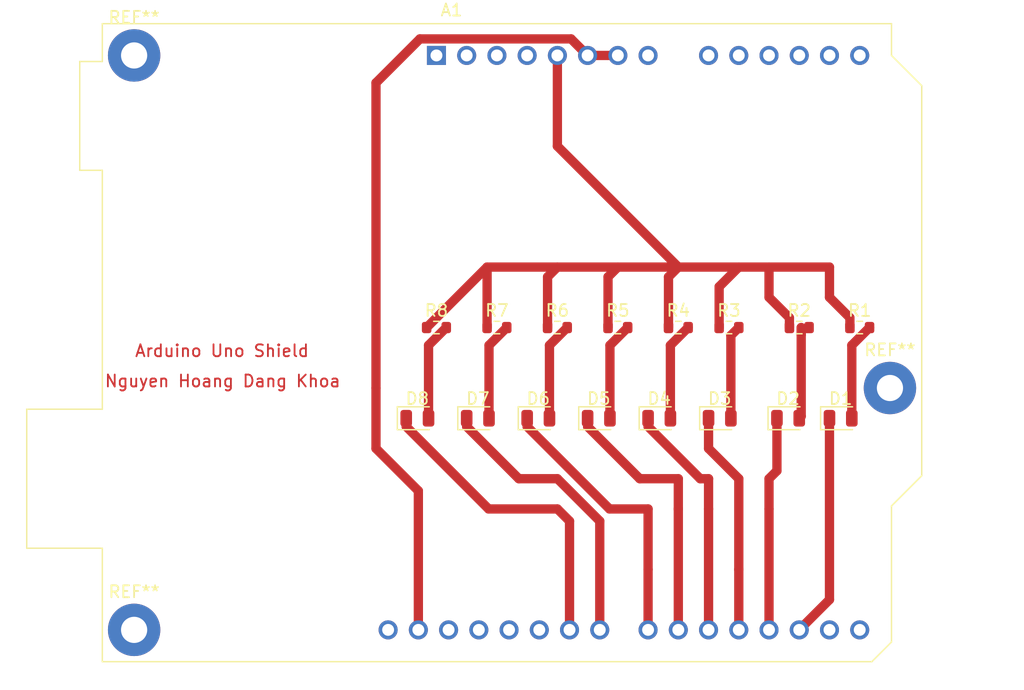
<source format=kicad_pcb>
(kicad_pcb (version 20221018) (generator pcbnew)
  (title_block (title "Arduino Uno Shield") (date "2024-01-17") (rev "1") (company "Nguyen Hoang Dang Khoa") (comment 1 "Ho Chi Minh City University of Technology"))
  (layers (0 "F.Cu" signal) (31 "B.Cu" signal) (34 "B.Paste" user) (35 "F.Paste" user) (36 "B.SilkS" user "B.Silkscreen") (37 "F.SilkS" user "F.Silkscreen") (38 "B.Mask" user) (39 "F.Mask" user) (44 "Edge.Cuts" user))
  (net 0 "")
  (net 5 "Net-(A1-+5V)")
  (net 6 "GND")
  (net 16 "Net-(A1-D2)")
  (net 17 "Net-(A1-D3)")
  (net 18 "Net-(A1-D4)")
  (net 19 "Net-(A1-D5)")
  (net 20 "Net-(A1-D6)")
  (net 21 "Net-(A1-D7)")
  (net 22 "Net-(A1-D8)")
  (net 23 "Net-(A1-D9)")
  (net 29 "Net-(D1-A)")
  (net 30 "Net-(D2-A)")
  (net 31 "Net-(D3-A)")
  (net 32 "Net-(D4-A)")
  (net 33 "Net-(D5-A)")
  (net 34 "Net-(D6-A)")
  (net 35 "Net-(D7-A)")
  (net 36 "Net-(D8-A)")
  (footprint "LED_SMD:LED_0805_2012Metric" (layer "F.Cu") (at 209.2175 99.06)
    (fp_text reference "D3" (at 0 -1.65) (layer "F.SilkS"))
    (fp_text value "LED")
    (fp_line (start -1.685 -0.96) (end -1.685 0.96) (stroke (width 0.12)) (layer "F.SilkS"))
    (fp_line (start -1.685 0.96) (end 1 0.96) (stroke (width 0.12)) (layer "F.SilkS"))
    (fp_line (start 1 -0.96) (end -1.685 -0.96) (stroke (width 0.12)) (layer "F.SilkS"))
    (pad "1" smd roundrect (at -0.9375 0) (size 0.975 1.4) (layers "F.Cu" "F.Paste" "F.Mask") (net 18 "Net-(A1-D4)"))
    (pad "2" smd roundrect (at 0.9375 0) (size 0.975 1.4) (layers "F.Cu" "F.Paste" "F.Mask") (net 31 "Net-(D3-A)"))
  )
  (footprint "LED_SMD:LED_0805_2012Metric" (layer "F.Cu") (at 199.0575 99.06)
    (fp_text reference "D5" (at 0 -1.65) (layer "F.SilkS"))
    (fp_text value "LED")
    (fp_line (start -1.685 -0.96) (end -1.685 0.96) (stroke (width 0.12)) (layer "F.SilkS"))
    (fp_line (start -1.685 0.96) (end 1 0.96) (stroke (width 0.12)) (layer "F.SilkS"))
    (fp_line (start 1 -0.96) (end -1.685 -0.96) (stroke (width 0.12)) (layer "F.SilkS"))
    (pad "1" smd roundrect (at -0.9375 0) (size 0.975 1.4) (layers "F.Cu" "F.Paste" "F.Mask") (net 20 "Net-(A1-D6)"))
    (pad "2" smd roundrect (at 0.9375 0) (size 0.975 1.4) (layers "F.Cu" "F.Paste" "F.Mask") (net 33 "Net-(D5-A)"))
  )
  (footprint "MountingHole:MountingHole_2.2mm_M2_Pad" (layer "F.Cu") (at 160.02 116.84)
    (fp_text reference "REF**" (at 0 -3.2) (layer "F.SilkS"))
    (fp_text value "MountingHole_2.2mm_M2_Pad")
    (pad "1" thru_hole circle (at 0 0) (size 4.4 4.4) (drill 2.2) (layers "*.Cu" "*.Mask"))
  )
  (footprint "Resistor_SMD:R_0603_1608Metric" (layer "F.Cu") (at 205.74 91.44)
    (fp_text reference "R4" (at 0 -1.43) (layer "F.SilkS"))
    (fp_text value "247")
    (fp_line (start -0.237258 -0.5225) (end 0.237258 -0.5225) (stroke (width 0.12)) (layer "F.SilkS"))
    (fp_line (start -0.237258 0.5225) (end 0.237258 0.5225) (stroke (width 0.12)) (layer "F.SilkS"))
    (pad "1" smd roundrect (at -0.825 0) (size 0.8 0.95) (layers "F.Cu" "F.Paste" "F.Mask") (net 5 "Net-(A1-+5V)"))
    (pad "2" smd roundrect (at 0.825 0) (size 0.8 0.95) (layers "F.Cu" "F.Paste" "F.Mask") (net 32 "Net-(D4-A)"))
  )
  (footprint "LED_SMD:LED_0805_2012Metric" (layer "F.Cu") (at 193.9775 99.06)
    (fp_text reference "D6" (at 0 -1.65) (layer "F.SilkS"))
    (fp_text value "LED")
    (fp_line (start -1.685 -0.96) (end -1.685 0.96) (stroke (width 0.12)) (layer "F.SilkS"))
    (fp_line (start -1.685 0.96) (end 1 0.96) (stroke (width 0.12)) (layer "F.SilkS"))
    (fp_line (start 1 -0.96) (end -1.685 -0.96) (stroke (width 0.12)) (layer "F.SilkS"))
    (pad "1" smd roundrect (at -0.9375 0) (size 0.975 1.4) (layers "F.Cu" "F.Paste" "F.Mask") (net 21 "Net-(A1-D7)"))
    (pad "2" smd roundrect (at 0.9375 0) (size 0.975 1.4) (layers "F.Cu" "F.Paste" "F.Mask") (net 34 "Net-(D6-A)"))
  )
  (footprint "MountingHole:MountingHole_2.2mm_M2_Pad" (layer "F.Cu") (at 160.02 68.58)
    (fp_text reference "REF**" (at 0 -3.2) (layer "F.SilkS"))
    (fp_text value "MountingHole_2.2mm_M2_Pad")
    (pad "1" thru_hole circle (at 0 0) (size 4.4 4.4) (drill 2.2) (layers "*.Cu" "*.Mask"))
  )
  (footprint "MountingHole:MountingHole_2.2mm_M2_Pad" (layer "F.Cu") (at 223.52 96.52)
    (fp_text reference "REF**" (at 0 -3.2) (layer "F.SilkS"))
    (fp_text value "MountingHole_2.2mm_M2_Pad")
    (pad "1" thru_hole circle (at 0 0) (size 4.4 4.4) (drill 2.2) (layers "*.Cu" "*.Mask"))
  )
  (footprint "Resistor_SMD:R_0603_1608Metric" (layer "F.Cu") (at 185.42 91.44)
    (fp_text reference "R8" (at 0 -1.43) (layer "F.SilkS"))
    (fp_text value "247")
    (fp_line (start -0.237258 -0.5225) (end 0.237258 -0.5225) (stroke (width 0.12)) (layer "F.SilkS"))
    (fp_line (start -0.237258 0.5225) (end 0.237258 0.5225) (stroke (width 0.12)) (layer "F.SilkS"))
    (pad "1" smd roundrect (at -0.825 0) (size 0.8 0.95) (layers "F.Cu" "F.Paste" "F.Mask") (net 5 "Net-(A1-+5V)"))
    (pad "2" smd roundrect (at 0.825 0) (size 0.8 0.95) (layers "F.Cu" "F.Paste" "F.Mask") (net 36 "Net-(D8-A)"))
  )
  (footprint "LED_SMD:LED_0805_2012Metric" (layer "F.Cu") (at 188.8975 99.06)
    (fp_text reference "D7" (at 0 -1.65) (layer "F.SilkS"))
    (fp_text value "LED")
    (fp_line (start -1.685 -0.96) (end -1.685 0.96) (stroke (width 0.12)) (layer "F.SilkS"))
    (fp_line (start -1.685 0.96) (end 1 0.96) (stroke (width 0.12)) (layer "F.SilkS"))
    (fp_line (start 1 -0.96) (end -1.685 -0.96) (stroke (width 0.12)) (layer "F.SilkS"))
    (pad "1" smd roundrect (at -0.9375 0) (size 0.975 1.4) (layers "F.Cu" "F.Paste" "F.Mask") (net 22 "Net-(A1-D8)"))
    (pad "2" smd roundrect (at 0.9375 0) (size 0.975 1.4) (layers "F.Cu" "F.Paste" "F.Mask") (net 35 "Net-(D7-A)"))
  )
  (footprint "LED_SMD:LED_0805_2012Metric" (layer "F.Cu") (at 183.8175 99.06)
    (fp_text reference "D8" (at 0 -1.65) (layer "F.SilkS"))
    (fp_text value "LED")
    (fp_line (start -1.685 -0.96) (end -1.685 0.96) (stroke (width 0.12)) (layer "F.SilkS"))
    (fp_line (start -1.685 0.96) (end 1 0.96) (stroke (width 0.12)) (layer "F.SilkS"))
    (fp_line (start 1 -0.96) (end -1.685 -0.96) (stroke (width 0.12)) (layer "F.SilkS"))
    (pad "1" smd roundrect (at -0.9375 0) (size 0.975 1.4) (layers "F.Cu" "F.Paste" "F.Mask") (net 23 "Net-(A1-D9)"))
    (pad "2" smd roundrect (at 0.9375 0) (size 0.975 1.4) (layers "F.Cu" "F.Paste" "F.Mask") (net 36 "Net-(D8-A)"))
  )
  (footprint "LED_SMD:LED_0805_2012Metric" (layer "F.Cu") (at 214.9625 99.06)
    (fp_text reference "D2" (at 0 -1.65) (layer "F.SilkS"))
    (fp_text value "LED")
    (fp_line (start -1.685 -0.96) (end -1.685 0.96) (stroke (width 0.12)) (layer "F.SilkS"))
    (fp_line (start -1.685 0.96) (end 1 0.96) (stroke (width 0.12)) (layer "F.SilkS"))
    (fp_line (start 1 -0.96) (end -1.685 -0.96) (stroke (width 0.12)) (layer "F.SilkS"))
    (pad "1" smd roundrect (at -0.9375 0) (size 0.975 1.4) (layers "F.Cu" "F.Paste" "F.Mask") (net 17 "Net-(A1-D3)"))
    (pad "2" smd roundrect (at 0.9375 0) (size 0.975 1.4) (layers "F.Cu" "F.Paste" "F.Mask") (net 30 "Net-(D2-A)"))
  )
  (footprint "Resistor_SMD:R_0603_1608Metric" (layer "F.Cu") (at 190.5 91.44)
    (fp_text reference "R7" (at 0 -1.43) (layer "F.SilkS"))
    (fp_text value "247")
    (fp_line (start -0.237258 -0.5225) (end 0.237258 -0.5225) (stroke (width 0.12)) (layer "F.SilkS"))
    (fp_line (start -0.237258 0.5225) (end 0.237258 0.5225) (stroke (width 0.12)) (layer "F.SilkS"))
    (pad "1" smd roundrect (at -0.825 0) (size 0.8 0.95) (layers "F.Cu" "F.Paste" "F.Mask") (net 5 "Net-(A1-+5V)"))
    (pad "2" smd roundrect (at 0.825 0) (size 0.8 0.95) (layers "F.Cu" "F.Paste" "F.Mask") (net 35 "Net-(D7-A)"))
  )
  (footprint "Resistor_SMD:R_0603_1608Metric" (layer "F.Cu") (at 215.9 91.44)
    (fp_text reference "R2" (at 0 -1.43) (layer "F.SilkS"))
    (fp_text value "247")
    (fp_line (start -0.237258 -0.5225) (end 0.237258 -0.5225) (stroke (width 0.12)) (layer "F.SilkS"))
    (fp_line (start -0.237258 0.5225) (end 0.237258 0.5225) (stroke (width 0.12)) (layer "F.SilkS"))
    (pad "1" smd roundrect (at -0.825 0) (size 0.8 0.95) (layers "F.Cu" "F.Paste" "F.Mask") (net 5 "Net-(A1-+5V)"))
    (pad "2" smd roundrect (at 0.825 0) (size 0.8 0.95) (layers "F.Cu" "F.Paste" "F.Mask") (net 30 "Net-(D2-A)"))
  )
  (footprint "Resistor_SMD:R_0603_1608Metric" (layer "F.Cu") (at 220.98 91.44)
    (fp_text reference "R1" (at 0 -1.43) (layer "F.SilkS"))
    (fp_text value "247")
    (fp_line (start -0.237258 -0.5225) (end 0.237258 -0.5225) (stroke (width 0.12)) (layer "F.SilkS"))
    (fp_line (start -0.237258 0.5225) (end 0.237258 0.5225) (stroke (width 0.12)) (layer "F.SilkS"))
    (pad "1" smd roundrect (at -0.825 0) (size 0.8 0.95) (layers "F.Cu" "F.Paste" "F.Mask") (net 5 "Net-(A1-+5V)"))
    (pad "2" smd roundrect (at 0.825 0) (size 0.8 0.95) (layers "F.Cu" "F.Paste" "F.Mask") (net 29 "Net-(D1-A)"))
  )
  (footprint "Resistor_SMD:R_0603_1608Metric" (layer "F.Cu") (at 195.58 91.44)
    (fp_text reference "R6" (at 0 -1.43) (layer "F.SilkS"))
    (fp_text value "247")
    (fp_line (start -0.237258 -0.5225) (end 0.237258 -0.5225) (stroke (width 0.12)) (layer "F.SilkS"))
    (fp_line (start -0.237258 0.5225) (end 0.237258 0.5225) (stroke (width 0.12)) (layer "F.SilkS"))
    (pad "1" smd roundrect (at -0.825 0) (size 0.8 0.95) (layers "F.Cu" "F.Paste" "F.Mask") (net 5 "Net-(A1-+5V)"))
    (pad "2" smd roundrect (at 0.825 0) (size 0.8 0.95) (layers "F.Cu" "F.Paste" "F.Mask") (net 34 "Net-(D6-A)"))
  )
  (footprint "LED_SMD:LED_0805_2012Metric" (layer "F.Cu") (at 219.3775 99.06)
    (fp_text reference "D1" (at 0 -1.65) (layer "F.SilkS"))
    (fp_text value "LED")
    (fp_line (start -1.685 -0.96) (end -1.685 0.96) (stroke (width 0.12)) (layer "F.SilkS"))
    (fp_line (start -1.685 0.96) (end 1 0.96) (stroke (width 0.12)) (layer "F.SilkS"))
    (fp_line (start 1 -0.96) (end -1.685 -0.96) (stroke (width 0.12)) (layer "F.SilkS"))
    (pad "1" smd roundrect (at -0.9375 0) (size 0.975 1.4) (layers "F.Cu" "F.Paste" "F.Mask") (net 16 "Net-(A1-D2)"))
    (pad "2" smd roundrect (at 0.9375 0) (size 0.975 1.4) (layers "F.Cu" "F.Paste" "F.Mask") (net 29 "Net-(D1-A)"))
  )
  (footprint "LED_SMD:LED_0805_2012Metric" (layer "F.Cu") (at 204.1375 99.06)
    (fp_text reference "D4" (at 0 -1.65) (layer "F.SilkS"))
    (fp_text value "LED")
    (fp_line (start -1.685 -0.96) (end -1.685 0.96) (stroke (width 0.12)) (layer "F.SilkS"))
    (fp_line (start -1.685 0.96) (end 1 0.96) (stroke (width 0.12)) (layer "F.SilkS"))
    (fp_line (start 1 -0.96) (end -1.685 -0.96) (stroke (width 0.12)) (layer "F.SilkS"))
    (pad "1" smd roundrect (at -0.9375 0) (size 0.975 1.4) (layers "F.Cu" "F.Paste" "F.Mask") (net 19 "Net-(A1-D5)"))
    (pad "2" smd roundrect (at 0.9375 0) (size 0.975 1.4) (layers "F.Cu" "F.Paste" "F.Mask") (net 32 "Net-(D4-A)"))
  )
  (footprint "Resistor_SMD:R_0603_1608Metric" (layer "F.Cu") (at 209.995 91.44)
    (fp_text reference "R3" (at 0 -1.43) (layer "F.SilkS"))
    (fp_text value "247")
    (fp_line (start -0.237258 -0.5225) (end 0.237258 -0.5225) (stroke (width 0.12)) (layer "F.SilkS"))
    (fp_line (start -0.237258 0.5225) (end 0.237258 0.5225) (stroke (width 0.12)) (layer "F.SilkS"))
    (pad "1" smd roundrect (at -0.825 0) (size 0.8 0.95) (layers "F.Cu" "F.Paste" "F.Mask") (net 5 "Net-(A1-+5V)"))
    (pad "2" smd roundrect (at 0.825 0) (size 0.8 0.95) (layers "F.Cu" "F.Paste" "F.Mask") (net 31 "Net-(D3-A)"))
  )
  (footprint "Module:Arduino_UNO_R2" (layer "F.Cu") (at 185.42 68.58)
    (fp_text reference "A1" (at 1.27 -3.81 180) (layer "F.SilkS"))
    (fp_text value "Arduino_UNO_R2")
    (fp_line (start -34.42 29.72) (end -34.42 41.4) (stroke (width 0.12)) (layer "F.SilkS"))
    (fp_line (start -34.42 41.4) (end -28.07 41.4) (stroke (width 0.12)) (layer "F.SilkS"))
    (fp_line (start -29.97 0.51) (end -29.97 9.65) (stroke (width 0.12)) (layer "F.SilkS"))
    (fp_line (start -29.97 9.65) (end -28.07 9.65) (stroke (width 0.12)) (layer "F.SilkS"))
    (fp_line (start -28.07 -2.67) (end -28.07 0.51) (stroke (width 0.12)) (layer "F.SilkS"))
    (fp_line (start -28.07 0.51) (end -29.97 0.51) (stroke (width 0.12)) (layer "F.SilkS"))
    (fp_line (start -28.07 9.65) (end -28.07 29.72) (stroke (width 0.12)) (layer "F.SilkS"))
    (fp_line (start -28.07 29.72) (end -34.42 29.72) (stroke (width 0.12)) (layer "F.SilkS"))
    (fp_line (start -28.07 41.4) (end -28.07 50.93) (stroke (width 0.12)) (layer "F.SilkS"))
    (fp_line (start -28.07 50.93) (end 36.58 50.93) (stroke (width 0.12)) (layer "F.SilkS"))
    (fp_line (start 36.58 50.93) (end 38.23 49.28) (stroke (width 0.12)) (layer "F.SilkS"))
    (fp_line (start 38.23 -2.67) (end -28.07 -2.67) (stroke (width 0.12)) (layer "F.SilkS"))
    (fp_line (start 38.23 0) (end 38.23 -2.67) (stroke (width 0.12)) (layer "F.SilkS"))
    (fp_line (start 38.23 37.85) (end 40.77 35.31) (stroke (width 0.12)) (layer "F.SilkS"))
    (fp_line (start 38.23 49.28) (end 38.23 37.85) (stroke (width 0.12)) (layer "F.SilkS"))
    (fp_line (start 40.77 2.54) (end 38.23 0) (stroke (width 0.12)) (layer "F.SilkS"))
    (fp_line (start 40.77 35.31) (end 40.77 2.54) (stroke (width 0.12)) (layer "F.SilkS"))
    (pad "1" thru_hole rect (at 0 0 90) (size 1.6 1.6) (drill 1) (layers "*.Cu" "*.Mask"))
    (pad "2" thru_hole oval (at 2.54 0 90) (size 1.6 1.6) (drill 1) (layers "*.Cu" "*.Mask"))
    (pad "3" thru_hole oval (at 5.08 0 90) (size 1.6 1.6) (drill 1) (layers "*.Cu" "*.Mask"))
    (pad "4" thru_hole oval (at 7.62 0 90) (size 1.6 1.6) (drill 1) (layers "*.Cu" "*.Mask"))
    (pad "5" thru_hole oval (at 10.16 0 90) (size 1.6 1.6) (drill 1) (layers "*.Cu" "*.Mask") (net 5 "Net-(A1-+5V)"))
    (pad "6" thru_hole oval (at 12.7 0 90) (size 1.6 1.6) (drill 1) (layers "*.Cu" "*.Mask") (net 6 "GND"))
    (pad "7" thru_hole oval (at 15.24 0 90) (size 1.6 1.6) (drill 1) (layers "*.Cu" "*.Mask") (net 6 "GND"))
    (pad "8" thru_hole oval (at 17.78 0 90) (size 1.6 1.6) (drill 1) (layers "*.Cu" "*.Mask"))
    (pad "9" thru_hole oval (at 22.86 0 90) (size 1.6 1.6) (drill 1) (layers "*.Cu" "*.Mask"))
    (pad "10" thru_hole oval (at 25.4 0 90) (size 1.6 1.6) (drill 1) (layers "*.Cu" "*.Mask"))
    (pad "11" thru_hole oval (at 27.94 0 90) (size 1.6 1.6) (drill 1) (layers "*.Cu" "*.Mask"))
    (pad "12" thru_hole oval (at 30.48 0 90) (size 1.6 1.6) (drill 1) (layers "*.Cu" "*.Mask"))
    (pad "13" thru_hole oval (at 33.02 0 90) (size 1.6 1.6) (drill 1) (layers "*.Cu" "*.Mask"))
    (pad "14" thru_hole oval (at 35.56 0 90) (size 1.6 1.6) (drill 1) (layers "*.Cu" "*.Mask"))
    (pad "15" thru_hole oval (at 35.56 48.26 90) (size 1.6 1.6) (drill 1) (layers "*.Cu" "*.Mask"))
    (pad "16" thru_hole oval (at 33.02 48.26 90) (size 1.6 1.6) (drill 1) (layers "*.Cu" "*.Mask"))
    (pad "17" thru_hole oval (at 30.48 48.26 90) (size 1.6 1.6) (drill 1) (layers "*.Cu" "*.Mask") (net 16 "Net-(A1-D2)"))
    (pad "18" thru_hole oval (at 27.94 48.26 90) (size 1.6 1.6) (drill 1) (layers "*.Cu" "*.Mask") (net 17 "Net-(A1-D3)"))
    (pad "19" thru_hole oval (at 25.4 48.26 90) (size 1.6 1.6) (drill 1) (layers "*.Cu" "*.Mask") (net 18 "Net-(A1-D4)"))
    (pad "20" thru_hole oval (at 22.86 48.26 90) (size 1.6 1.6) (drill 1) (layers "*.Cu" "*.Mask") (net 19 "Net-(A1-D5)"))
    (pad "21" thru_hole oval (at 20.32 48.26 90) (size 1.6 1.6) (drill 1) (layers "*.Cu" "*.Mask") (net 20 "Net-(A1-D6)"))
    (pad "22" thru_hole oval (at 17.78 48.26 90) (size 1.6 1.6) (drill 1) (layers "*.Cu" "*.Mask") (net 21 "Net-(A1-D7)"))
    (pad "23" thru_hole oval (at 13.72 48.26 90) (size 1.6 1.6) (drill 1) (layers "*.Cu" "*.Mask") (net 22 "Net-(A1-D8)"))
    (pad "24" thru_hole oval (at 11.18 48.26 90) (size 1.6 1.6) (drill 1) (layers "*.Cu" "*.Mask") (net 23 "Net-(A1-D9)"))
    (pad "25" thru_hole oval (at 8.64 48.26 90) (size 1.6 1.6) (drill 1) (layers "*.Cu" "*.Mask"))
    (pad "26" thru_hole oval (at 6.1 48.26 90) (size 1.6 1.6) (drill 1) (layers "*.Cu" "*.Mask"))
    (pad "27" thru_hole oval (at 3.56 48.26 90) (size 1.6 1.6) (drill 1) (layers "*.Cu" "*.Mask"))
    (pad "28" thru_hole oval (at 1.02 48.26 90) (size 1.6 1.6) (drill 1) (layers "*.Cu" "*.Mask"))
    (pad "29" thru_hole oval (at -1.52 48.26 90) (size 1.6 1.6) (drill 1) (layers "*.Cu" "*.Mask") (net 6 "GND"))
    (pad "30" thru_hole oval (at -4.06 48.26 90) (size 1.6 1.6) (drill 1) (layers "*.Cu" "*.Mask"))
  )
  (footprint "Resistor_SMD:R_0603_1608Metric" (layer "F.Cu") (at 200.66 91.44)
    (fp_text reference "R5" (at 0 -1.43) (layer "F.SilkS"))
    (fp_text value "247")
    (fp_line (start -0.237258 -0.5225) (end 0.237258 -0.5225) (stroke (width 0.12)) (layer "F.SilkS"))
    (fp_line (start -0.237258 0.5225) (end 0.237258 0.5225) (stroke (width 0.12)) (layer "F.SilkS"))
    (pad "1" smd roundrect (at -0.825 0) (size 0.8 0.95) (layers "F.Cu" "F.Paste" "F.Mask") (net 5 "Net-(A1-+5V)"))
    (pad "2" smd roundrect (at 0.825 0) (size 0.8 0.95) (layers "F.Cu" "F.Paste" "F.Mask") (net 33 "Net-(D5-A)"))
  )
  (gr_text "Arduino Uno Shield" (at 160.02 93.98) (layer "F.Cu") (effects (font (size 1 1)) (justify left bottom)))
  (gr_text "Nguyen Hoang Dang Khoa" (at 157.48 96.52) (layer "F.Cu") (effects (font (size 1 1)) (justify left bottom)))
  (via (at 200.66 96.52) (size 0) (drill 0.4) (layers "F.Cu" "B.Cu") (net 0))
  (via (at 208.28 93.98) (size 0) (drill 0.4) (layers "F.Cu" "B.Cu") (net 0))
  (via (at 172.72 93.98) (size 0) (drill 0.4) (layers "F.Cu" "B.Cu") (net 0))
  (via (at 185.42 78.74) (size 0) (drill 0.4) (layers "F.Cu" "B.Cu") (net 0))
  (via (at 218.44 78.74) (size 0) (drill 0.4) (layers "F.Cu" "B.Cu") (net 0))
  (via (at 190.5 104.14) (size 0) (drill 0.4) (layers "F.Cu" "B.Cu") (net 0))
  (via (at 175.26 109.22) (size 0) (drill 0.4) (layers "F.Cu" "B.Cu") (net 0))
  (via (at 187.96 114.3) (size 0) (drill 0.4) (layers "F.Cu" "B.Cu") (net 0))
  (via (at 210.82 81.28) (size 0) (drill 0.4) (layers "F.Cu" "B.Cu") (net 0))
  (via (at 193.04 111.76) (size 0) (drill 0.4) (layers "F.Cu" "B.Cu") (net 0))
  (via (at 180.34 106.68) (size 0) (drill 0.4) (layers "F.Cu" "B.Cu") (net 0))
  (via (at 220.98 73.66) (size 0) (drill 0.4) (layers "F.Cu" "B.Cu") (net 0))
  (via (at 203.2 93.98) (size 0) (drill 0.4) (layers "F.Cu" "B.Cu") (net 0))
  (via (at 213.36 73.66) (size 0) (drill 0.4) (layers "F.Cu" "B.Cu") (net 0))
  (via (at 190.5 83.82) (size 0) (drill 0.4) (layers "F.Cu" "B.Cu") (net 0))
  (via (at 172.72 83.82) (size 0) (drill 0.4) (layers "F.Cu" "B.Cu") (net 0))
  (via (at 182.88 88.9) (size 0) (drill 0.4) (layers "F.Cu" "B.Cu") (net 0))
  (via (at 187.96 93.98) (size 0) (drill 0.4) (layers "F.Cu" "B.Cu") (net 0))
  (via (at 180.34 106.68) (size 0) (drill 0.4) (layers "F.Cu" "B.Cu") (net 0))
  (via (at 193.04 76.2) (size 0) (drill 0.4) (layers "F.Cu" "B.Cu") (net 0))
  (via (at 187.96 109.22) (size 0) (drill 0.4) (layers "F.Cu" "B.Cu") (net 0))
  (via (at 195.58 83.82) (size 0) (drill 0.4) (layers "F.Cu" "B.Cu") (net 0))
  (via (at 193.04 81.28) (size 0) (drill 0.4) (layers "F.Cu" "B.Cu") (net 0))
  (via (at 208.28 78.74) (size 0) (drill 0.4) (layers "F.Cu" "B.Cu") (net 0))
  (via (at 208.28 73.66) (size 0) (drill 0.4) (layers "F.Cu" "B.Cu") (net 0))
  (via (at 200.66 114.3) (size 0) (drill 0.4) (layers "F.Cu" "B.Cu") (net 0))
  (via (at 220.98 109.22) (size 0) (drill 0.4) (layers "F.Cu" "B.Cu") (net 0))
  (via (at 180.34 106.68) (size 0) (drill 0.4) (layers "F.Cu" "B.Cu") (net 0))
  (via (at 220.98 114.3) (size 0) (drill 0.4) (layers "F.Cu" "B.Cu") (net 0))
  (via (at 215.9 76.2) (size 0) (drill 0.4) (layers "F.Cu" "B.Cu") (net 0))
  (via (at 177.8 71.12) (size 0) (drill 0.4) (layers "F.Cu" "B.Cu") (net 0))
  (via (at 170.18 88.9) (size 0) (drill 0.4) (layers "F.Cu" "B.Cu") (net 0))
  (via (at 180.34 109.22) (size 0) (drill 0.4) (layers "F.Cu" "B.Cu") (net 0))
  (via (at 220.98 104.14) (size 0) (drill 0.4) (layers "F.Cu" "B.Cu") (net 0))
  (via (at 180.34 106.68) (size 0) (drill 0.4) (layers "F.Cu" "B.Cu") (net 0))
  (via (at 185.42 106.68) (size 0) (drill 0.4) (layers "F.Cu" "B.Cu") (net 0))
  (via (at 187.96 76.2) (size 0) (drill 0.4) (layers "F.Cu" "B.Cu") (net 0))
  (via (at 198.12 109.22) (size 0) (drill 0.4) (layers "F.Cu" "B.Cu") (net 0))
  (via (at 180.34 106.68) (size 0) (drill 0.4) (layers "F.Cu" "B.Cu") (net 0))
  (segment (start 204.915 91.44) (end 204.915 87.185) (width 0.78) (layer "F.Cu") (net 5))
  (segment (start 184.595 91.44) (end 189.675 86.36) (width 0.78) (layer "F.Cu") (net 5))
  (segment (start 215.075 90.615) (end 213.36 88.9) (width 0.78) (layer "F.Cu") (net 5))
  (segment (start 189.675 91.44) (end 189.675 86.36) (width 0.78) (layer "F.Cu") (net 5))
  (segment (start 199.835 91.44) (end 199.835 87.185) (width 0.78) (layer "F.Cu") (net 5))
  (segment (start 195.58 86.36) (end 205.74 86.36) (width 0.78) (layer "F.Cu") (net 5))
  (segment (start 220.155 90.615) (end 220.155 91.44) (width 0.78) (layer "F.Cu") (net 5))
  (segment (start 209.17 88.01) (end 210.82 86.36) (width 0.78) (layer "F.Cu") (net 5))
  (segment (start 194.755 91.44) (end 194.755 87.185) (width 0.78) (layer "F.Cu") (net 5))
  (segment (start 209.17 91.44) (end 209.17 88.01) (width 0.78) (layer "F.Cu") (net 5))
  (segment (start 194.755 87.185) (end 195.58 86.36) (width 0.78) (layer "F.Cu") (net 5))
  (segment (start 189.675 86.36) (end 195.58 86.36) (width 0.78) (layer "F.Cu") (net 5))
  (segment (start 204.915 87.185) (end 205.74 86.36) (width 0.78) (layer "F.Cu") (net 5))
  (segment (start 213.36 86.36) (end 213.36 88.9) (width 0.78) (layer "F.Cu") (net 5))
  (segment (start 205.74 86.36) (end 218.44 86.36) (width 0.78) (layer "F.Cu") (net 5))
  (segment (start 215.075 91.44) (end 215.075 90.615) (width 0.78) (layer "F.Cu") (net 5))
  (segment (start 218.44 86.36) (end 218.44 88.9) (width 0.78) (layer "F.Cu") (net 5))
  (segment (start 199.835 87.185) (end 200.66 86.36) (width 0.78) (layer "F.Cu") (net 5))
  (segment (start 205.74 86.36) (end 195.58 76.2) (width 0.78) (layer "F.Cu") (net 5))
  (segment (start 218.44 88.9) (end 220.155 90.615) (width 0.78) (layer "F.Cu") (net 5))
  (segment (start 195.58 76.2) (end 195.58 68.58) (width 0.78) (layer "F.Cu") (net 5))
  (segment (start 180.34 101.6) (end 180.34 96.52) (width 0.78) (layer "F.Cu") (net 6))
  (segment (start 183.9 105.16) (end 180.34 101.6) (width 0.78) (layer "F.Cu") (net 6))
  (segment (start 180.34 96.52) (end 180.34 70.88) (width 0.78) (layer "F.Cu") (net 6))
  (segment (start 183.9 116.84) (end 183.9 105.16) (width 0.78) (layer "F.Cu") (net 6))
  (segment (start 196.73 67.19) (end 198.12 68.58) (width 0.78) (layer "F.Cu") (net 6))
  (segment (start 180.34 70.88) (end 184.03 67.19) (width 0.78) (layer "F.Cu") (net 6))
  (segment (start 184.03 67.19) (end 196.73 67.19) (width 0.78) (layer "F.Cu") (net 6))
  (segment (start 198.12 68.58) (end 200.66 68.58) (width 0.78) (layer "F.Cu") (net 6))
  (via (at 180.34 96.52) (size 0) (drill 0.4) (layers "F.Cu" "B.Cu") (net 6))
  (segment (start 218.44 99.06) (end 218.44 114.3) (width 0.78) (layer "F.Cu") (net 16))
  (segment (start 218.44 114.3) (end 215.9 116.84) (width 0.78) (layer "F.Cu") (net 16))
  (segment (start 214.025 103.475) (end 214.025 99.06) (width 0.78) (layer "F.Cu") (net 17))
  (segment (start 213.36 116.84) (end 213.36 106.68) (width 0.78) (layer "F.Cu") (net 17))
  (segment (start 213.36 104.14) (end 214.025 103.475) (width 0.78) (layer "F.Cu") (net 17))
  (segment (start 213.36 106.68) (end 213.36 104.14) (width 0.78) (layer "F.Cu") (net 17))
  (via (at 213.36 106.68) (size 0) (drill 0.4) (layers "F.Cu" "B.Cu") (net 17))
  (segment (start 210.82 104.14) (end 208.28 101.6) (width 0.78) (layer "F.Cu") (net 18))
  (segment (start 208.28 101.6) (end 208.28 99.06) (width 0.78) (layer "F.Cu") (net 18))
  (segment (start 210.82 111.76) (end 210.82 104.14) (width 0.78) (layer "F.Cu") (net 18))
  (segment (start 210.82 116.84) (end 210.82 111.76) (width 0.78) (layer "F.Cu") (net 18))
  (via (at 210.82 111.76) (size 0) (drill 0.4) (layers "F.Cu" "B.Cu") (net 18))
  (segment (start 203.2 99.759999) (end 203.2 99.06) (width 0.78) (layer "F.Cu") (net 19))
  (segment (start 208.28 116.84) (end 208.28 106.68) (width 0.78) (layer "F.Cu") (net 19))
  (segment (start 208.28 104.14) (end 207.580001 104.14) (width 0.78) (layer "F.Cu") (net 19))
  (segment (start 208.28 106.68) (end 208.28 104.14) (width 0.78) (layer "F.Cu") (net 19))
  (segment (start 207.580001 104.14) (end 203.2 99.759999) (width 0.78) (layer "F.Cu") (net 19))
  (via (at 208.28 106.68) (size 0) (drill 0.4) (layers "F.Cu" "B.Cu") (net 19))
  (segment (start 205.74 104.14) (end 202.500001 104.14) (width 0.78) (layer "F.Cu") (net 20))
  (segment (start 202.500001 104.14) (end 198.12 99.759999) (width 0.78) (layer "F.Cu") (net 20))
  (segment (start 205.74 106.68) (end 205.74 104.14) (width 0.78) (layer "F.Cu") (net 20))
  (segment (start 205.74 116.84) (end 205.74 106.68) (width 0.78) (layer "F.Cu") (net 20))
  (segment (start 198.12 99.759999) (end 198.12 99.06) (width 0.78) (layer "F.Cu") (net 20))
  (via (at 205.74 106.68) (size 0) (drill 0.4) (layers "F.Cu" "B.Cu") (net 20))
  (segment (start 199.960001 106.68) (end 193.04 99.759999) (width 0.78) (layer "F.Cu") (net 21))
  (segment (start 203.2 106.68) (end 199.960001 106.68) (width 0.78) (layer "F.Cu") (net 21))
  (segment (start 193.04 99.759999) (end 193.04 99.06) (width 0.78) (layer "F.Cu") (net 21))
  (segment (start 203.2 116.84) (end 203.2 111.76) (width 0.78) (layer "F.Cu") (net 21))
  (segment (start 203.2 111.76) (end 203.2 106.68) (width 0.78) (layer "F.Cu") (net 21))
  (via (at 203.2 111.76) (size 0) (drill 0.4) (layers "F.Cu" "B.Cu") (net 21))
  (segment (start 192.340001 104.14) (end 187.96 99.759999) (width 0.78) (layer "F.Cu") (net 22))
  (segment (start 199.14 116.84) (end 199.14 107.7) (width 0.78) (layer "F.Cu") (net 22))
  (segment (start 199.14 107.7) (end 195.58 104.14) (width 0.78) (layer "F.Cu") (net 22))
  (segment (start 195.58 104.14) (end 192.340001 104.14) (width 0.78) (layer "F.Cu") (net 22))
  (segment (start 187.96 99.759999) (end 187.96 99.06) (width 0.78) (layer "F.Cu") (net 22))
  (via (at 195.58 104.14) (size 0) (drill 0.4) (layers "F.Cu" "B.Cu") (net 22))
  (segment (start 182.88 99.759999) (end 182.88 99.06) (width 0.78) (layer "F.Cu") (net 23))
  (segment (start 196.6 116.84) (end 196.6 107.7) (width 0.78) (layer "F.Cu") (net 23))
  (segment (start 189.800001 106.68) (end 182.88 99.759999) (width 0.78) (layer "F.Cu") (net 23))
  (segment (start 196.6 107.7) (end 195.58 106.68) (width 0.78) (layer "F.Cu") (net 23))
  (segment (start 195.58 106.68) (end 189.800001 106.68) (width 0.78) (layer "F.Cu") (net 23))
  (segment (start 220.315 92.93) (end 221.805 91.44) (width 0.78) (layer "F.Cu") (net 29))
  (segment (start 220.315 99.06) (end 220.315 92.93) (width 0.78) (layer "F.Cu") (net 29))
  (segment (start 216.065 91.44) (end 216.065 92.04777) (width 0.78) (layer "F.Cu") (net 30))
  (segment (start 216.065 98.895) (end 216.065 91.44) (width 0.78) (layer "F.Cu") (net 30))
  (segment (start 215.9 99.06) (end 216.065 98.895) (width 0.78) (layer "F.Cu") (net 30))
  (segment (start 210.155 92.105) (end 210.82 91.44) (width 0.78) (layer "F.Cu") (net 31))
  (segment (start 210.155 99.06) (end 210.155 92.105) (width 0.78) (layer "F.Cu") (net 31))
  (segment (start 205.075 99.06) (end 205.075 92.93) (width 0.78) (layer "F.Cu") (net 32))
  (segment (start 205.075 92.93) (end 206.565 91.44) (width 0.78) (layer "F.Cu") (net 32))
  (segment (start 199.995 92.93) (end 201.485 91.44) (width 0.78) (layer "F.Cu") (net 33))
  (segment (start 199.995 99.06) (end 199.995 92.93) (width 0.78) (layer "F.Cu") (net 33))
  (segment (start 194.915 99.06) (end 194.915 92.93) (width 0.78) (layer "F.Cu") (net 34))
  (segment (start 194.915 92.93) (end 196.405 91.44) (width 0.78) (layer "F.Cu") (net 34))
  (segment (start 189.835 92.93) (end 191.325 91.44) (width 0.78) (layer "F.Cu") (net 35))
  (segment (start 189.835 99.06) (end 189.835 92.93) (width 0.78) (layer "F.Cu") (net 35))
  (segment (start 184.755 92.93) (end 186.245 91.44) (width 0.78) (layer "F.Cu") (net 36))
  (segment (start 184.755 99.06) (end 184.755 92.93) (width 0.78) (layer "F.Cu") (net 36))
)
</source>
